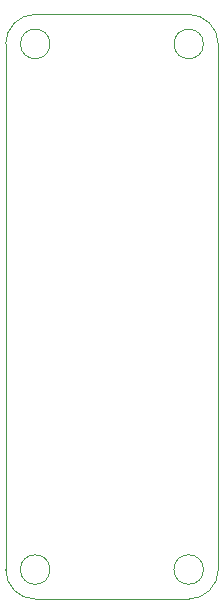
<source format=gbr>
%TF.GenerationSoftware,KiCad,Pcbnew,8.99.0-unknown-3024a7c569~178~ubuntu22.04.1*%
%TF.CreationDate,2024-05-15T11:10:46+10:00*%
%TF.ProjectId,PSU-Plus,5053552d-506c-4757-932e-6b696361645f,rev?*%
%TF.SameCoordinates,Original*%
%TF.FileFunction,Profile,NP*%
%FSLAX46Y46*%
G04 Gerber Fmt 4.6, Leading zero omitted, Abs format (unit mm)*
G04 Created by KiCad (PCBNEW 8.99.0-unknown-3024a7c569~178~ubuntu22.04.1) date 2024-05-15 11:10:46*
%MOMM*%
%LPD*%
G01*
G04 APERTURE LIST*
%TA.AperFunction,Profile*%
%ADD10C,0.050000*%
%TD*%
G04 APERTURE END LIST*
D10*
X167450000Y-149950000D02*
X180450000Y-149950000D01*
X182950000Y-147450000D02*
X182950000Y-102950000D01*
X180450000Y-100450000D02*
X167450000Y-100450000D01*
X164950000Y-102950000D02*
X164950000Y-147450000D01*
X168700000Y-147450000D02*
G75*
G02*
X166200000Y-147450000I-1250000J0D01*
G01*
X166200000Y-147450000D02*
G75*
G02*
X168700000Y-147450000I1250000J0D01*
G01*
X167450000Y-149950000D02*
G75*
G02*
X164950000Y-147450000I0J2500000D01*
G01*
X181700000Y-102950000D02*
G75*
G02*
X179200000Y-102950000I-1250000J0D01*
G01*
X179200000Y-102950000D02*
G75*
G02*
X181700000Y-102950000I1250000J0D01*
G01*
X181700000Y-147450000D02*
G75*
G02*
X179200000Y-147450000I-1250000J0D01*
G01*
X179200000Y-147450000D02*
G75*
G02*
X181700000Y-147450000I1250000J0D01*
G01*
X168700000Y-102950000D02*
G75*
G02*
X166200000Y-102950000I-1250000J0D01*
G01*
X166200000Y-102950000D02*
G75*
G02*
X168700000Y-102950000I1250000J0D01*
G01*
X182950000Y-147450000D02*
G75*
G02*
X180450000Y-149950000I-2500000J0D01*
G01*
X164949501Y-102950000D02*
G75*
G02*
X167450000Y-100449501I2500499J0D01*
G01*
X180450000Y-100450000D02*
G75*
G02*
X182950000Y-102950000I0J-2500000D01*
G01*
M02*

</source>
